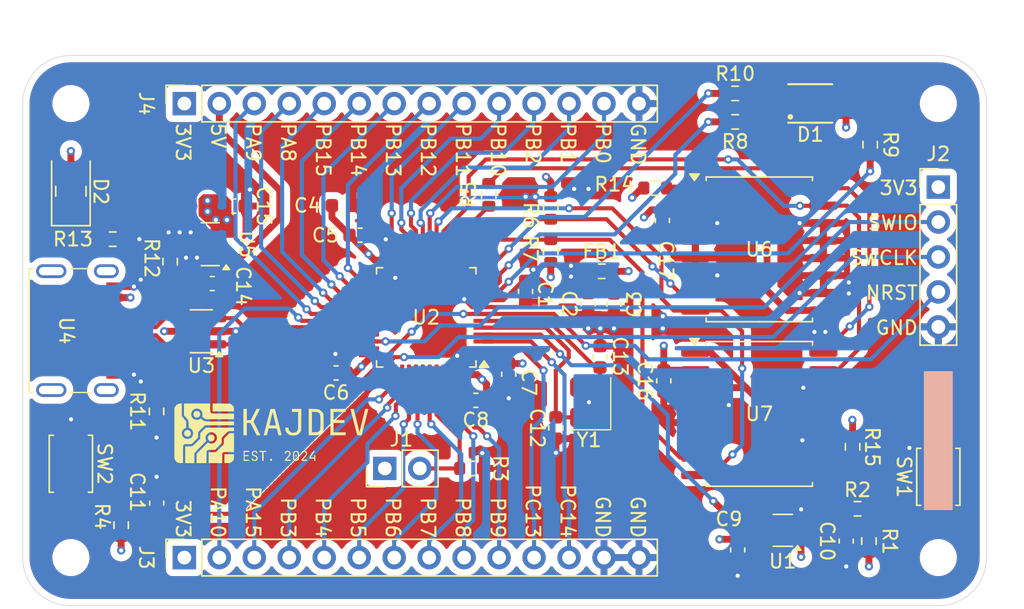
<source format=kicad_pcb>
(kicad_pcb (version 20240108) (generator "pcbnew") (generator_version "8.0")
  (layers (0 "F.Cu" mixed) (1 "In1.Cu" power) (2 "In2.Cu" power) (31 "B.Cu" mixed) (34 "B.Paste" user) (35 "F.Paste" user) (36 "B.SilkS" user "B.Silkscreen") (37 "F.SilkS" user "F.Silkscreen") (38 "B.Mask" user) (39 "F.Mask" user) (44 "Edge.Cuts" user))
  (net 0 "")
  (net 1 "+3.3VA")
  (net 2 "GND")
  (net 3 "+3.3V")
  (net 4 "BOOT0")
  (net 5 "NRST")
  (net 6 "USB_D-")
  (net 7 "USB_D+")
  (net 8 "+5V_VBUS")
  (net 9 "/USB/PWR_LED")
  (net 10 "SPI1_SCK")
  (net 11 "SPI1_MISO")
  (net 12 "SPI1_MOSI")
  (net 13 "PB4")
  (net 14 "PB13")
  (net 15 "PB7")
  (net 16 "PB5")
  (net 17 "PB12")
  (net 18 "PB11")
  (net 19 "PB2")
  (net 20 "PB1")
  (net 21 "PB10")
  (net 22 "PB0")
  (net 23 "PB3")
  (net 24 "PB9")
  (net 25 "PB6")
  (net 26 "PB8")
  (net 27 "/USB/CC2")
  (net 28 "/USB/CC1")
  (net 29 "PB15")
  (net 30 "PB14")
  (net 31 "PA9")
  (net 32 "PA10")
  (net 33 "PA8")
  (net 34 "PA15")
  (net 35 "PC14")
  (net 36 "PC13")
  (net 37 "~{SPI1_NAND_HOLD}")
  (net 38 "~{SPI1_NOR_HOLD}")
  (net 39 "~{SPI1_NOR_CS}")
  (net 40 "~{SPI1_NAND_CS}")
  (net 41 "USR_BTN")
  (net 42 "USR_LED_G")
  (net 43 "USR_LED_B")
  (net 44 "USR_LED_R")
  (net 45 "SWDIO")
  (net 46 "SWCLK")
  (net 47 "OSC_OUT")
  (net 48 "OSC_IN")
  (net 49 "unconnected-(U1-NC-Pad1)")
  (footprint "Resistor_SMD:R_0603_1608Metric" (layer "F.Cu") (at 135.85 90.135 -90)
    (property "Reference" "R5")
    (property "Value" "27")
  )
  (footprint "Capacitor_SMD:C_0603_1608Metric" (layer "F.Cu") (at 140.72 107.08 -90)
    (property "Reference" "C12")
    (property "Value" "22p")
  )
  (footprint "Capacitor_SMD:C_0603_1608Metric" (layer "F.Cu") (at 111.735 112.545 90)
    (property "Reference" "C11")
    (property "Value" "100n")
  )
  (footprint "Capacitor_SMD:C_0603_1608Metric" (layer "F.Cu") (at 134.91 105.07 180)
    (property "Reference" "C8")
    (property "Value" "100n")
  )
  (footprint "Resistor_SMD:R_0603_1608Metric" (layer "F.Cu") (at 144.055 95.69)
    (property "Reference" "FB1")
    (property "Value" "120R@100MHz")
  )
  (footprint "Button_Switch_SMD:SW_Push_SPST_NO_Alps_SKRK" (layer "F.Cu") (at 105.5 109.68 -90)
    (property "Reference" "SW2")
    (property "Value" "SW_Push")
  )
  (footprint "Resistor_SMD:R_0603_1608Metric" (layer "F.Cu") (at 153.745 82.76)
    (property "Reference" "R10")
    (property "Value" "220")
  )
  (footprint "Capacitor_SMD:C_0603_1608Metric" (layer "F.Cu") (at 161.81 115.3025 -90)
    (property "Reference" "C10")
    (property "Value" "1u")
  )
  (footprint "MountingHole:MountingHole_2.2mm_M2_DIN965" (layer "F.Cu") (at 168.5 83.5)
    (property "Reference" "H3" (hide yes))
    (property "Value" "MountingHole")
  )
  (footprint "Resistor_SMD:R_0603_1608Metric" (layer "F.Cu") (at 153.745 84.83 180)
    (property "Reference" "R8")
    (property "Value" "220")
  )
  (footprint "Capacitor_SMD:C_0603_1608Metric" (layer "F.Cu") (at 138.52 97.155 -90)
    (property "Reference" "C1")
    (property "Value" "10n")
  )
  (footprint "Resistor_SMD:R_0603_1608Metric" (layer "F.Cu") (at 147.935 89.64)
    (property "Reference" "R14")
    (property "Value" "10k")
  )
  (footprint "Resistor_SMD:R_0603_1608Metric" (layer "F.Cu") (at 140.35 91.08 -90)
    (property "Reference" "R6")
    (property "Value" "10k")
  )
  (footprint "Capacitor_SMD:C_0603_1608Metric" (layer "F.Cu") (at 143.93 101.905 90)
    (property "Reference" "C13")
    (property "Value" "22p")
  )
  (footprint "Capacitor_SMD:C_0603_1608Metric" (layer "F.Cu") (at 117.335 90.95)
    (property "Reference" "C15")
    (property "Value" "2.2u")
  )
  (footprint "custom:2.8x3.5_LED_RGB" (layer "F.Cu") (at 159.2 83.49 180)
    (property "Reference" "D1")
    (property "Value" "APFA3010")
  )
  (footprint "Capacitor_SMD:C_0603_1608Metric" (layer "F.Cu") (at 125.235 90.91)
    (property "Reference" "C4")
    (property "Value" "10u")
  )
  (footprint "Package_TO_SOT_SMD:SOT-23" (layer "F.Cu") (at 115.6225 93.72 180)
    (property "Reference" "U5")
    (property "Value" "AP7384-33SA")
  )
  (footprint "custom:logo2" (layer "F.Cu") (at 119.89 107.52)
    (property "Reference" "G***" (hide yes))
    (property "Value" "LOGO" (hide yes))
  )
  (footprint "Capacitor_SMD:C_0603_1608Metric" (layer "F.Cu") (at 137.3 103.17 -90)
    (property "Reference" "C7")
    (property "Value" "100n")
  )
  (footprint "MountingHole:MountingHole_2.2mm_M2_DIN965" (layer "F.Cu") (at 105.5 116.5)
    (property "Reference" "H2" (hide yes))
    (property "Value" "MountingHole" (hide yes))
  )
  (footprint "Resistor_SMD:R_0603_1608Metric" (layer "F.Cu") (at 163.46 115.3025 90)
    (property "Reference" "R1")
    (property "Value" "10k")
  )
  (footprint "Resistor_SMD:R_0603_1608Metric" (layer "F.Cu") (at 162.275 108.45 -90)
    (property "Reference" "R15")
    (property "Value" "10k")
  )
  (footprint "Capacitor_SMD:C_0603_1608Metric" (layer "F.Cu") (at 153.93 115.945 -90)
    (property "Reference" "C9")
    (property "Value" "100n")
  )
  (footprint "MountingHole:MountingHole_2.2mm_M2_DIN965" (layer "F.Cu") (at 168.5 116.5)
    (property "Reference" "H4" (hide yes))
    (property "Value" "MountingHole")
  )
  (footprint "Package_TO_SOT_SMD:SOT-23-6" (layer "F.Cu") (at 114.975 100.05 180)
    (property "Reference" "U3")
    (property "Value" "USBLC6-2SC6")
  )
  (footprint "LED_SMD:LED_PLCC-2_3x2mm_KA" (layer "F.Cu") (at 105.5 89.875 90)
    (property "Reference" "D2")
    (property "Value" "LED")
  )
  (footprint "Connector_PinHeader_2.54mm:PinHeader_1x02_P2.54mm_Vertical" (layer "F.Cu") (at 128.3 110.02 90)
    (property "Reference" "J1")
    (property "Value" "Conn_01x02_Pin")
  )
  (footprint "Capacitor_SMD:C_0603_1608Metric" (layer "F.Cu") (at 124.76 103.08 180)
    (property "Reference" "C6")
    (property "Value" "100n")
  )
  (footprint "Connector_PinSocket_2.54mm:PinSocket_1x14_P2.54mm_Vertical" (layer "F.Cu") (at 113.74 116.5 90)
    (property "Reference" "J3")
    (property "Value" "Conn_01x14_Socket" (hide yes))
  )
  (footprint "Resistor_SMD:R_0603_1608Metric" (layer "F.Cu") (at 111.72 105.875 -90)
    (property "Reference" "R11")
    (property "Value" "5k1")
  )
  (footprint "Capacitor_SMD:C_0603_1608Metric" (layer "F.Cu") (at 115.77 96.58 180)
    (property "Reference" "C14")
    (property "Value" "1u")
  )
  (footprint "Resistor_SMD:R_0603_1608Metric" (layer "F.Cu") (at 140.35 94.215 90)
    (property "Reference" "R7")
    (property "Value" "10k")
  )
  (footprint "Package_QFP:LQFP-48_7x7mm_P0.5mm" (layer "F.Cu") (at 131.31 99.04 180)
    (property "Reference" "U2")
    (property "Value" "STM32F072CBTx")
  )
  (footprint "Capacitor_SMD:C_0603_1608Metric" (layer "F.Cu") (at 148.46 91.995 -90)
    (property "Reference" "C17")
    (property "Value" "100n")
  )
  (footprint "Button_Switch_SMD:SW_Push_SPST_NO_Alps_SKRK" (layer "F.Cu") (at 168.5 110.63 -90)
    (property "Reference" "SW1")
    (property "Value" "SW_Push" (hide yes))
  )
  (footprint "Capacitor_SMD:C_0603_1608Metric" (layer "F.Cu") (at 148.56 103.655 -90)
    (property "Reference" "C16")
    (property "Value" "100n")
  )
  (footprint "Package_SO:SOIC-16W_7.5x10.3mm_P1.27mm" (layer "F.Cu") (at 155.5 106.055)
    (property "Reference" "U7")
    (property "Value" "~")
  )
  (footprint "Resistor_SMD:R_0603_1608Metric" (layer "F.Cu") (at 134.56 110.02 180)
    (property "Reference" "R3")
    (property "Value" "10k")
  )
  (footprint "Resistor_SMD:R_0603_1608Metric" (layer "F.Cu") (at 162.635 112.9525)
    (property "Reference" "R2")
    (property "Value" "10k")
  )
  (footprint "custom:640-USB4215-03-A" (layer "F.Cu") (at 104.675 100 -90)
    (property "Reference" "U4")
    (property "Value" "~")
  )
  (footprint "Capacitor_SMD:C_0603_1608Metric" (layer "F.Cu") (at 143.07 98.05 -90)
    (property "Reference" "C2")
    (property "Value" "1u")
  )
  (footprint "Resistor_SMD:R_0603_1608Metric" (layer "F.Cu") (at 109.15 114.145 -90)
    (property "Reference" "R4")
    (property "Value" "10k")
  )
  (footprint "Resistor_SMD:R_0603_1608Metric" (layer "F.Cu") (at 163.55 86.485 90)
    (property "Reference" "R9")
    (property "Value" "220")
  )
  (footprint "Package_SO:SOIC-16W_7.5x10.3mm_P1.27mm" (layer "F.Cu") (at 155.5 94.095)
    (property "Reference" "U6")
    (property "Value" "~")
  )
  (footprint "Connector_PinSocket_2.54mm:PinSocket_1x14_P2.54mm_Vertical" (layer "F.Cu") (at 113.74 83.5 90)
    (property "Reference" "J4")
    (property "Value" "Conn_01x14_Socket")
  )
  (footprint "Capacitor_SMD:C_0603_1608Metric" (layer "F.Cu") (at 126.51 93.0625)
    (property "Reference" "C5")
    (property "Value" "100n")
  )
  (footprint "Capacitor_SMD:C_0603_1608Metric" (layer "F.Cu") (at 144.94 98.08 -90)
    (property "Reference" "C3")
    (property "Value" "1u")
  )
  (footprint "Connector_PinHeader_2.54mm:PinHeader_1x05_P2.54mm_Vertical" (layer "F.Cu") (at 168.5 89.57)
    (property "Reference" "J2")
    (property "Value" "Conn_01x05_Pin")
  )
  (footprint "Resistor_SMD:R_0603_1608Metric" (layer "F.Cu") (at 112.71 94.99 90)
    (property "Reference" "R12")
    (property "Value" "5k1")
  )
  (footprint "custom:3225_smd_crystal" (layer "F.Cu") (at 143.13 105.21 90)
    (property "Reference" "Y1")
    (property "Value" "16MHz")
  )
  (footprint "MountingHole:MountingHole_2.2mm_M2_DIN965" (layer "F.Cu") (at 105.5 83.5)
    (property "Reference" "H1" (hide yes))
    (property "Value" "MountingHole")
  )
  (footprint "Package_TO_SOT_SMD:SOT-353_SC-70-5_Handsoldering" (layer "F.Cu") (at 157.2 114.52 180)
    (property "Reference" "U1")
    (property "Value" "74AHC1G14")
  )
  (footprint "Resistor_SMD:R_0603_1608Metric" (layer "F.Cu") (at 108.5375 93.355)
    (property "Reference" "R13")
    (property "Value" "50")
  )
  (gr_rect (start 167.5 103) (end 169.5 113) (stroke (width 0.1)) (fill solid) (layer "B.SilkS"))
  (gr_arc (start 105.5 120) (mid 103.025126 118.974874) (end 102 116.5) (stroke (width 0.05)) (layer "Edge.Cuts"))
  (gr_line (start 168.5 120) (end 105.5 120) (stroke (width 0.05)) (layer "Edge.Cuts"))
  (gr_line (start 168.5 80) (end 105.5 80) (stroke (width 0.05)) (layer "Edge.Cuts"))
  (gr_arc (start 168.5 80) (mid 170.974874 81.025126) (end 172 83.5) (stroke (width 0.05)) (layer "Edge.Cuts"))
  (gr_arc (start 172 116.5) (mid 170.974874 118.974874) (end 168.5 120) (stroke (width 0.05)) (layer "Edge.Cuts"))
  (gr_line (start 102 83.5) (end 102 116.5) (stroke (width 0.05)) (layer "Edge.Cuts"))
  (gr_line (start 172 83.5) (end 172 116.5) (stroke (width 0.05)) (layer "Edge.Cuts"))
  (gr_arc (start 102 83.5) (mid 103.025126 81.025126) (end 105.5 80) (stroke (width 0.05)) (layer "Edge.Cuts"))
  (gr_text "3V3" (at 113.06 115.17 270) (layer "F.SilkS") (effects (font (size 1 1)) (justify right bottom)))
  (gr_text "PB6" (at 128.3 115.17 270) (layer "F.SilkS") (effects (font (size 1 1)) (justify right bottom)))
  (gr_text "PA15" (at 118.14 115.17 270) (layer "F.SilkS") (effects (font (size 1 1)) (justify right bottom)))
  (gr_text "3V3" (at 113.06 84.85 270) (layer "F.SilkS") (effects (font (size 1 1)) (justify left bottom)))
  (gr_text "PB15" (at 123.235 84.83 270) (layer "F.SilkS") (effects (font (size 1 1)) (justify left bottom)))
  (gr_text "GND" (at 143.54 115.17 270) (layer "F.SilkS") (effects (font (size 1 1)) (justify right bottom)))
  (gr_text "PB2" (at 138.475 84.83 270) (layer "F.SilkS") (effects (font (size 1 1)) (justify left bottom)))
  (gr_text "SWCLK" (at 167.1 95.3 0) (layer "F.SilkS") (effects (font (size 1 1)) (justify right bottom)))
  (gr_text "SWIO" (at 167.1 92.76 0) (layer "F.SilkS") (effects (font (size 1 1)) (justify right bottom)))
  (gr_text "PB3" (at 120.68 115.17 270) (layer "F.SilkS") (effects (font (size 1 1)) (justify right bottom)))
  (gr_text "PB1" (at 141.015 84.83 270) (layer "F.SilkS") (effects (font (size 1 1)) (justify left bottom)))
  (gr_text "PC13" (at 138.46 115.17 270) (layer "F.SilkS") (effects (font (size 1 1)) (justify right bottom)))
  (gr_text "PB5" (at 125.76 115.17 270) (layer "F.SilkS") (effects (font (size 1 1)) (justify right bottom)))
  (gr_text "PB14" (at 125.775 84.83 270) (layer "F.SilkS") (effects (font (size 1 1)) (justify left bottom)))
  (gr_text "GND" (at 146.08 115.17 270) (layer "F.SilkS") (effects (font (size 1 1)) (justify right bottom)))
  (gr_text "GND" (at 167.1 100.38 0) (layer "F.SilkS") (effects (font (size 1 1)) (justify right bottom)))
  (gr_text "PB7" (at 130.84 115.17 270) (layer "F.SilkS") (effects (font (size 1 1)) (justify right bottom)))
  (gr_text "PB0" (at 143.555 84.83 270) (layer "F.SilkS") (effects (font (size 1 1)) (justify left bottom)))
  (gr_text "GND" (at 146.095 84.83 270) (layer "F.SilkS") (effects (font (size 1 1)) (justify left bottom)))
  (gr_text "5V" (at 115.615 84.83 270) (layer "F.SilkS") (effects (font (size 1 1)) (justify left bottom)))
  (gr_text "PC14" (at 141 115.17 270) (layer "F.SilkS") (effects (font (size 1 1)) (justify right bottom)))
  (gr_text "PB9" (at 135.92 115.17 270) (layer "F.SilkS") (effects (font (size 1 1)) (justify right bottom)))
  (gr_text "PA9" (at 118.155 84.83 270) (layer "F.SilkS") (effects (font (size 1 1)) (justify left bottom)))
  (gr_text "PB11" (at 133.395 84.83 270) (layer "F.SilkS") (effects (font (size 1 1)) (justify left bottom)))
  (gr_text "PB10" (at 135.935 84.83 270) (layer "F.SilkS") (effects (font (size 1 1)) (justify left bottom)))
  (gr_text "PB8" (at 133.38 115.17 270) (layer "F.SilkS") (effects (font (size 1 1)) (justify right bottom)))
  (gr_text "3V3" (at 167.1 90.22 0) (layer "F.SilkS") (effects (font (size 1 1)) (justify right bottom)))
  (gr_text "PB12" (at 130.855 84.83 270) (layer "F.SilkS") (effects (font (size 1 1)) (justify left bottom)))
  (gr_text "NRST" (at 167.1 97.84 0) (layer "F.SilkS") (effects (font (size 1 1)) (justify right bottom)))
  (gr_text "PA8" (at 120.695 84.83 270) (layer "F.SilkS") (effects (font (size 1 1)) (justify left bottom)))
  (gr_text "PA10" (at 115.6 115.17 270) (layer "F.SilkS") (effects (font (size 1 1)) (justify right bottom)))
  (gr_text "PB13" (at 128.315 84.83 270) (layer "F.SilkS") (effects (font (size 1 1)) (justify left bottom)))
  (gr_text "PB4" (at 123.22 115.17 270) (layer "F.SilkS") (effects (font (size 1 1)) (justify right bottom)))
  (segment (start 139.577624 96.38) (end 138.52 96.38) (width 0.5) (layer "F.Cu") (net 1))
  (segment (start 138.32 96.38) (end 138.52 96.38) (width 0.3) (layer "F.Cu") (net 1))
  (segment (start 140.472624 97.275) (end 139.577624 96.38) (width 0.5) (layer "F.Cu") (net 1))
  (segment (start 136.91 97.79) (end 138.32 96.38) (width 0.3) (layer "F.Cu") (net 1))
  (segment (start 135.4725 97.79) (end 136.91 97.79) (width 0.3) (layer "F.Cu") (net 1))
  (segment (start 138.205 96.495) (end 138.51 96.495) (width 0.3) (layer "F.Cu") (net 1))
  (segment (start 143.23 95.69) (end 143.23 97.115) (width 0.5) (layer "F.Cu") (net 1))
  (segment (start 143.07 97.275) (end 140.472624 97.275) (width 0.5) (layer "F.Cu") (net 1))
  (segment (start 143.23 97.115) (end 143.07 97.275) (width 0.5) (layer "F.Cu") (net 1))
  (segment (start 150.85 92.19) (end 150.85 93.46) (width 0.5) (layer "F.Cu") (net 2))
  (segment (start 129.06 94.8775) (end 129.06 96.16) (width 0.3) (layer "F.Cu") (net 2))
  (segment (start 143.13 105.21) (end 142.33 104.41) (width 0.5) (layer "F.Cu") (net 2))
  (segment (start 133.56 103.2025) (end 133.56 104.495) (width 0.3) (layer "F.Cu") (net 2))
  (segment (start 111.735 111.77) (end 111.735 110.635) (width 0.5) (layer "F.Cu") (net 2))
  (segment (start 134.07 97.72812) (end 134.07 97.72) (width 0.3) (layer "F.Cu") (net 2))
  (segment (start 111.72 106.775) (end 111.72 107.775) (width 0.5) (layer "F.Cu") (net 2))
  (segment (start 149.04 92.19) (end 148.46 92.77) (width 0.5) (layer "F.Cu") (net 2))
  (segment (start 135.385 110.02) (end 135.385 108.915) (width 0.5) (layer "F.Cu") (net 2))
  (segment (start 158.64 107.96) (end 158.625 107.975) (width 0.5) (layer "F.Cu") (net 2))
  (segment (start 160.15 106.69) (end 160.15 109.23) (width 0.5) (layer "F.Cu") (net 2))
  (segment (start 135.4725 98.29) (end 134.63188 98.29) (width 0.3) (layer "F.Cu") (net 2))
  (segment (start 160.15 107.96) (end 158.64 107.96) (width 0.5) (layer "F.Cu") (net 2))
  (segment (start 123.985 103.08) (end 123.985 102.425) (width 0.3) (layer "F.Cu") (net 2))
  (segment (start 150.85 92.19) (end 149.04 92.19) (width 0.5) (layer "F.Cu") (net 2))
  (segment (start 137.3 103.945) (end 137.3 104.92) (width 0.5) (layer "F.Cu") (net 2))
  (segment (start 143.93 106.31) (end 143.93 106.01) (width 0.5) (layer "F.Cu") (net 2))
  (segment (start 143.93 101.13) (end 143.93 99.86) (width 0.5) (layer "F.Cu") (net 2))
  (segment (start 142.33 104.11) (end 142.33 104.39) (width 0.5) (layer "F.Cu") (net 2))
  (segment (start 127.285 93.0625) (end 127.285 92.185) (width 0.5) (layer "F.Cu") (net 2))
  (segment (start 161.81 116.0775) (end 161.81 117.14) (width 0.5) (layer "F.Cu") (net 2))
  (segment (start 129.06 94.03688) (end 128.39312 93.37) (width 0.3) (layer "F.Cu") (net 2))
  (segment (start 150.85 92.19) (end 152.45 92.19) (width 0.5) (layer "F.Cu") (net 2))
  (segment (start 150.85 105.42) (end 153.28 105.42) (width 0.5) (layer "F.Cu") (net 2))
  (segment (start 160.15 92.19) (end 160.15 93.46) (width 0.5) (layer "F.Cu") (net 2))
  (segment (start 118.11 90.95) (end 118.11 90.14) (width 0.5) (layer "F.Cu") (net 2))
  (segment (start 112.71 94.165) (end 112.71 92.97) (width 0.5) (layer "F.Cu") (net 2))
  (segment (start 114.66 93.745) (end 114.685 93.72) (width 0.5) (layer "F.Cu") (net 2))
  (segment (start 153.93 116.72) (end 153.93 117.82) (width 0.5) (layer "F.Cu") (net 2))
  (segment (start 160.15 106.69) (end 160.15 107.96) (width 0.5) (layer "F.Cu") (net 2))
  (segment (start 160.15 93.46) (end 160.15 94.73) (width 0.5) (layer "F.Cu") (net 2))
  (segment (start 116.1125 100.05) (end 117.475 100.05) (width 0.5) (layer "F.Cu") (net 2))
  (segment (start 150.85 92.19) (end 150.85 96) (width 0.5) (layer "F.Cu") (net 2))
  (segment (start 105.5 107.58) (end 105.5 106.46) (width 0.5) (layer "F.Cu") (net 2))
  (segment (start 123.985 102.425) (end 125.12 101.29) (width 0.3) (layer "F.Cu") (net 2))
  (segment (start 160.145 92.19) (end 158.425 92.19) (width 0.5) (layer "F.Cu") (net 2))
  (segment (start 144.94 99.84) (end 144.94 98.855) (width 0.5) (layer "F.Cu") (net 2))
  (segment (start 142.33 104.41) (end 142.33 104.11) (width 0.5) (layer "F.Cu") (net 2))
  (segment (start 114.66 96.245) (end 114.995 96.58) (width 0.5) (layer "F.Cu") (net 2))
  (segment (start 160.15 104.15) (end 158.7 104.15) (width 0.5) (layer "F.Cu") (net 2))
  (segment (start 160.15 104.15) (end 160.15 105.42) (width 0.5) (layer "F.Cu") (net 2))
  (segment (start 129.06 94.8775) (end 129.06 94.03688) (width 0.3) (layer "F.Cu") (net 2))
  (segment (start 166.4 108.53) (end 168.5 108.53) (width 0.5) (layer "F.Cu") (net 2))
  (segment (start 118.11 90.14) (end 118.5 89.75) (width 0.5) (layer "F.Cu") (net 2))
  (segment (start 110.075 103.2) (end 110.575 103.7) (width 0.5) (layer "F.Cu") (net 2))
  (segment (start 127.285 92.185) (end 126.01 90.91) (width 0.5) (layer "F.Cu") (net 2))
  (segment (start 110.075 96.8) (end 110.575 96.3) (width 0.5) (layer "F.Cu") (net 2))
  (segment (start 143.93 106.01) (end 143.13 105.21) (width 0.5) (layer "F.Cu") (net 2))
  (segment (start 160.145 97.27) (end 158.425 97.27) (width 0.5) (layer "F.Cu") (net 2))
  (segment (start 143.93 99.86) (end 143.95 99.84) (width 0.5) (layer "F.Cu") (net 2))
  (segment (start 150.85 95.99) (end 152.45 95.99) (width 0.5) (layer "F.Cu") (net 2))
  (segment (start 111.735 110.635) (end 111.725 110.625) (width 0.5) (layer "F.Cu") (net 2))
  (segment (start 158.54 113.87) (end 158.54 112.995) (width 0.5) (layer "F.Cu") (net 2))
  (segment (start 150.85 105.42) (end 150.85 106.69) (width 0.5) (layer "F.Cu") (net 2))
  (segment (start 135.385 108.915) (end 135.38 108.91) (width 0.5) (layer "F.Cu") (net 2))
  (segment (start 150.85 92.19) (end 150.85 94.73) (width 0.5) (layer "F.Cu") (net 2))
  (segment (start 134.63188 98.29) (end 134.07 97.72812) (width 0.3) (layer "F.Cu") (net 2))
  (segment (start 160.15 97.27) (end 160.15 96) (width 0.5) (layer "F.Cu") (net 2))
  (segment (start 149.55 105.42) (end 150.85 105.42) (width 0.5) (layer "F.Cu") (net 2))
  (segment (start 127.285 93.0625) (end 128.0625 93.0625) (width 0.5) (layer "F.Cu") (net 2))
  (segment (start 140.72 107.855) (end 140.72 108.88) (width 0.5) (layer "F.Cu") (net 2))
  (segment (start 150.85 106.69) (end 150.85 107.96) (width 0.5) (layer "F.Cu") (net 2))
  (segment (start 128.39312 93.37) (end 128.37 93.37) (width 0.3) (layer "F.Cu") (net 2))
  (segment (start 133.56 104.495) (end 134.135 105.07) (width 0.3) (layer "F.Cu") (net 2))
  (segment (start 160.15 94.73) (end 160.15 96) (width 0.5) (layer "F.Cu") (net 2))
  (segment (start 148.56 104.43) (end 149.55 105.42) (width 0.5) (layer "F.Cu") (net 2))
  (segment (start 108.325 103.2) (end 110.075 103.2) (width 0.5) (layer "F.Cu") (net 2))
  (segment (start 125.12 101.29) (end 127.1475 101.29) (width 0.3) (layer "F.Cu") (net 2))
  (segment (start 135.4725 98.29) (end 138.16 98.29) (width 0.3) (layer "F.Cu") (net 2))
  (segment (start 114.66 94.7) (end 114.66 93.745) (width 0.5) (layer "F.Cu") (net 2))
  (segment (start 108.325 96.8) (end 110.075 96.8) (width 0.5) (layer "F.Cu") (net 2))
  (segment (start 138.16 98.29) (end 138.52 97.93) (width 0.3) (layer "F.Cu") (net 2))
  (segment (start 110.4775 93.355) (end 109.3625 93.355) (width 0.5) (layer "F.Cu") (net 2))
  (segment (start 133.56 103.2025) (end 133.56 101.83) (width 0.3) (layer "F.Cu") (net 2))
  (segment (start 160.15 106.69) (end 160.15 105.42) (width 0.5) (layer "F.Cu") (net 2))
  (segment (start 114.66 94.7) (end 114.66 96.245) (width 0.5) (layer "F.Cu") (net 2))
  (segment (start 112.71 92.97) (end 112.6 92.86) (width 0.5) (layer "F.Cu") (net 2))
  (segment (start 128.0625 93.0625) (end 128.37 93.37) (width 0.5) (layer "F.Cu") (net 2))
  (segment (start 105.5 106.46) (end 105.51 106.45) (width 0.5) (layer "F.Cu") (net 2))
  (segment (start 143.07 98.825) (end 143.07 99.84) (width 0.5) (layer "F.Cu") (net 2))
  (segment (start 143.93 106.31) (end 143.93 105.99) (width 0.5) (layer "F.Cu") (net 2))
  (via (at 143.07 99.84) (size 0.6) (drill 0.3) (layers "F.Cu" "B.Cu") (net 2))
  (via (at 117.475 100.05) (size 0.6) (drill 0.3) (layers "F.Cu" "B.Cu") (net 2))
  (via (at 135.38 108.91) (size 0.6) (drill 0.3) (layers "F.Cu" "B.Cu") (net 2))
  (via (at 159.5 100.1) (size 0.6) (drill 0.3) (layers "F.Cu" "B.Cu") (net 2))
  (via (at 158.425 97.27) (size 0.6) (drill 0.3) (layers "F.Cu" "B.Cu") (net 2))
  (via (at 114.2 92.86) (size 0.6) (drill 0.3) (layers "F.Cu" "B.Cu") (net 2))
  (via (at 143.13 105.21) (size 0.6) (drill 0.3) (layers "F.Cu" "B.Cu") (net 2))
  (via (at 144.94 99.84) (size 0.6) (drill 0.3) (layers "F.Cu" "B.Cu") (net 2))
  (via (at 153.93 117.82) (size 0.6) (drill 0.3) (layers "F.Cu" "B.Cu") (net 2))
  (via (at 138.53 90.27) (size 0.6) (drill 0.3) (layers "F.Cu" "B.Cu") (net 2))
  (via (at 105.51 106.45) (size 0.6) (drill 0.3) (layers "F.Cu" "B.Cu") (net 2))
  (via (at 152.45 92.19) (size 0.6) (drill 0.3) (layers "F.Cu" "B.Cu") (net 2))
  (via (at 124.71 101.7) (size 0.6) (drill 0.3) (layers "F.Cu" "B.Cu") (net 2))
  (via (at 111.72 107.775) (size 0.6) (drill 0.3) (layers "F.Cu" "B.Cu") (net 2))
  (via (at 139.09 95.57) (size 0.6) (drill 0.3) (layers "F.Cu" "B.Cu") (net 2))
  (via (at 152.45 95.99) (size 0.6) (drill 0.3) (layers "F.Cu" "B.Cu") (net 2))
  (via (at 158.54 112.995) (size 0.6) (drill 0.3) (layers "F.Cu" "B.Cu") (net 2))
  (via (at 128.37 93.37) (size 0.6) (drill 0.3) (layers "F.Cu" "B.Cu") (net 2))
  (via (at 113.4 92.86) (size 0.6) (drill 0.3) (layers "F.Cu" "B.Cu") (net 2))
  (via (at 110.575 103.7) (size 0.6) (drill 0.3) (layers "F.Cu" "B.Cu") (net 2))
  (via (at 166.4 108.53) (size 0.6) (drill 0.3) (layers "F.Cu" "B.Cu") (net 2))
  (via (at 162 96.5) (size 0.6) (drill 0.3) (layers "F.Cu" "B.Cu") (net 2))
  (via (at 118.5 89.75) (size 0.6) (drill 0.3) (layers "F.Cu" "B.Cu") (net 2))
  (via (at 113.86 94.7) (size 0.6) (drill 0.3) (layers "F.Cu" "B.Cu") (net 2))
  (via (at 141.82 95.29) (size 0.6) (drill 0.3) (layers "F.Cu" "B.Cu") (net 2))
  (via (at 162 97.3) (size 0.6) (drill 0.3) (layers "F.Cu" "B.Cu") (net 2))
  (via (at 112.6 92.86) (size 0.6) (drill 0.3) (layers "F.Cu" "B.Cu") (net 2))
  (via (at 139.23 90.27) (size 0.6) (drill 0.3) (layers "F.Cu" "B.Cu") (net 2))
  (via (at 158.7 104.15) (size 0.6) (drill 0.3) (layers "F.Cu" "B.Cu") (net 2))
  (via (at 143.09 89.7) (size 0.6) (drill 0.3) (layers "F.Cu" "B.Cu") (net 2))
  (via (at 129.06 96.16) (size 0.6) (drill 0.3) (layers "F.Cu" "B.Cu") (net 2))
  (via (at 161.81 117.14) (size 0.6) (drill 0.3) (layers "F.Cu" "B.Cu") (net 2))
  (via (at 143.95 99.84) (size 0.6) (drill 0.3) (layers "F.Cu" "B.Cu") (net 2))
  (via (at 141.82 96.07) (size 0.6) (drill 0.3) (layers "F.Cu" "B.Cu") (net 2))
  (via (at 160.3 100.1) (size 0.6) (drill 0.3) (layers "F.Cu" "B.Cu") (net 2))
  (via (at 110.4775 93.355) (size 0.6) (drill 0.3) (layers "F.Cu" "B.Cu") (net 2))
  (via (at 158.425 92.19) (size 0.6) (drill 0.3) (layers "F.Cu" "B.Cu") (net 2))
  (via (at 110.075 96.8) (size 0.6) (drill 0.3) (layers "F.Cu" "B.Cu") (net 2))
  (via (at 110.075 103.2) (size 0.6) (drill 0.3) (layers "F.Cu" "B.Cu") (net 2))
  (via (at 142.05 89.7) (size 0.6) (drill 0.3) (layers "F.Cu" "B.Cu") (net 2))
  (via (at 158.625 107.975) (size 0.6) (drill 0.3) (layers "F.Cu" "B.Cu") (net 2))
  (via (at 148.49 99.84) (size 0.6) (drill 0.3) (layers "F.Cu" "B.Cu") (net 2))
  (via (at 134.07 97.72) (size 0.6) (drill 0.3) (layers "F.Cu" "B.Cu") (net 2))
  (via (at 114.66 94.7) (size 0.6) (drill 0.3) (layers "F.Cu" "B.Cu") (net 2))
  (via (at 133.56 101.83) (size 0.6) (drill 0.3) (layers "F.Cu" "B.Cu") (net 2))
  (via (at 110.575 96.3) (size 0.6) (drill 0.3) (layers "F.Cu" "B.Cu") (net 2))
  (via (at 148.49 98.96) (size 0.6) (drill 0.3) (layers "F.Cu" "B.Cu") (net 2))
  (via (at 140.72 108.88) (size 0.6) (drill 0.3) (layers "F.Cu" "B.Cu") (net 2))
  (via (at 111.725 110.625) (size 0.6) (drill 0.3) (layers "F.Cu" "B.Cu") (net 2))
  (via (at 153.28 105.42) (size 0.6) (drill 0.3) (layers "F.Cu" "B.Cu") (net 2))
  (via (at 137.3 104.92) (size 0.6) (drill 0.3) (layers "F.Cu" "B.Cu") (net 2))
  (segment (start 146.96 89.64) (end 146.26 90.34) (width 0.5) (layer "F.Cu") (net 3))
  (segment (start 147.67 91.22) (end 147.12 91.77) (width 0.5) (layer "F.Cu") (net 3))
  (segment (start 109.15 114.97) (end 109.15 115.98) (width 0.5) (layer "F.Cu") (net 3))
  (segment (start 135.4725 101.79) (end 136.695 101.79) (width 0.3) (layer "F.Cu") (net 3))
  (segment (start 135.36 103.56) (end 135.0025 103.2025) (width 0.5) (layer "F.Cu") (net 3))
  (segment (start 126.13 103.08) (end 126.6 102.61) (width 0.5) (layer "F.Cu") (net 3))
  (segment (start 150.85 90.92) (end 148.76 90.92) (width 0.5) (layer "F.Cu") (net 3))
  (segment (start 124.46 90.91) (end 124.46 91.7875) (width 0.5) (layer "F.Cu") (net 3))
  (segment (start 145.99 95.69) (end 146 95.68) (width 0.5) (layer "F.Cu") (net 3))
  (segment (start 140.35 95.04) (end 140.35 96.12) (width 0.5) (layer "F.Cu") (net 3))
  (segment (start 138.295 102.395) (end 138.3 102.39) (width 0.5) (layer "F.Cu") (net 3))
  (segment (start 124.46 91.7875) (end 125.735 93.0625) (width 0.5) (layer "F.Cu") (net 3))
  (segment (start 148.46 91.22) (end 147.67 91.22) (width 0.5) (layer "F.Cu") (net 3))
  (segment (start 140.35 90.255) (end 140.35 89.17) (width 0.5) (layer "F.Cu") (net 3))
  (segment (start 127.1475 102.0625) (end 127.1475 101.89) (width 0.5) (layer "F.Cu") (net 3))
  (segment (start 135.685 105.07) (end 135.685 103.885) (width 0.5) (layer "F.Cu") (net 3))
  (segment (start 148.56 102.88) (end 150.85 102.88) (width 0.5) (layer "F.Cu") (net 3))
  (segment (start 144.88 95.69) (end 145.99 95.69) (width 0.5) (layer "F.Cu") (net 3))
  (segment (start 127.11 94.43) (end 127.5575 94.8775) (width 0.5) (layer "F.Cu") (net 3))
  (segment (start 161.8 84.215) (end 161.8 85.24) (width 0.5) (layer "F.Cu") (net 3))
  (segment (start 148.56 102.88) (end 148.56 102.86) (width 0.5) (layer "F.Cu") (net 3))
  (segment (start 153.93 115.17) (end 152.605 115.17) (width 0.5) (layer "F.Cu") (net 3))
  (segment (start 147.11 89.64) (end 146.96 89.64) (width 0.5) (layer "F.Cu") (net 3))
  (segment (start 137.3 102.395) (end 138.295 102.395) (width 0.5) (layer "F.Cu") (net 3))
  (segment (start 136.695 101.79) (end 137.3 102.395) (width 0.3) (layer "F.Cu") (net 3))
  (segment (start 125.535 103.08) (end 126.13 103.08) (width 0.5) (layer "F.Cu") (net 3))
  (segment (start 140.35 89.17) (end 140.01 88.83) (width 0.5) (layer "F.Cu") (net 3))
  (segment (start 126.6 102.61) (end 127.1475 102.0625) (width 0.5) (layer "F.Cu") (net 3))
  (segment (start 144.88 95.69) (end 144.88 97.245) (width 0.5) (layer "F.Cu") (net 3))
  (segment (start 148.56 102.88) (end 148.56 101.1) (width 0.5) (layer "F.Cu") (net 3))
  (segment (start 135.685 103.885) (end 135.36 103.56) (width 0.5) (layer "F.Cu") (net 3))
  (segment (start 105.5 86.955) (end 105.5 88.45) (width 0.5) (layer "F.Cu") (net 3))
  (segment (start 125.735 93.0625) (end 125.7425 93.0625) (width 0.5) (layer "F.Cu") (net 3))
  (segment (start 125.535 103.08) (end 125.8575 103.08) (width 0.3) (layer "F.Cu") (net 3))
  (segment (start 125.7425 93.0625) (end 127.11 94.43) (width 0.5) (layer "F.Cu") (net 3))
  (segment (start 163.46 116.1275) (end 163.46 117.14) (width 0.5) (layer "F.Cu") (net 3))
  (segment (start 144.88 97.245) (end 144.94 97.305) (width 0.5) (layer "F.Cu") (net 3))
  (segment (start 127.5575 94.8775) (end 128.46 94.8775) (width 0.5) (layer "F.Cu") (net 3))
  (segment (start 135.0025 103.2025) (end 134.16 103.2025) (width 0.5) (layer "F.Cu") (net 3))
  (segment (start 162.275 107.625) (end 162.275 106.515) (width 0.5) (layer "F.Cu") (net 3))
  (segment (start 155.88 115.17) (end 153.93 115.17) (width 0.5) (layer "F.Cu") (net 3))
  (segment (start 135.685 105.07) (end 135.685 104.8275) (width 0.3) (layer "F.Cu") (net 3))
  (segment (start 148.76 90.92) (end 148.46 91.22) (width 0.5) (layer "F.Cu") (net 3))
  (via (at 161.8 85.24) (size 0.6) (drill 0.3) (layers "F.Cu" "B.Cu") (net 3))
  (via (at 140.01 88.83) (size 0.6) (drill 0.3) (layers "F.Cu" "B.Cu") (net 3))
  (via (at 109.15 115.98) (size 0.6) (drill 0.3) (layers "F.Cu" "B.Cu") (net 3))
  (via (at 126.6 102.61) (size 0.6) (drill 0.3) (layers "F.Cu" "B.Cu") (net 3))
  (via (at 140.35 96.12) (size 0.6) (drill 0.3) (layers "F.Cu" "B.Cu") (net 3))
  (via (at 146.26 90.34) (size 0.6) (drill 0.3) (layers "F.Cu" "B.Cu") (net 3))
  (via (at 163.46 117.14) (size 0.6) (drill 0.3) (layers "F.Cu" "B.Cu") (net 3))
  (via (at 116.825 91.95) (size 0.6) (drill 0.3) (layers "F.Cu" "B.Cu") (net 3))
  (via (at 148.56 101.1) (size 0.6) (drill 0.3) (layers "F.Cu" "B.Cu") (net 3))
  (via (at 147.12 91.77) (size 0.6) (drill 0.3) (layers "F.Cu" "B.Cu") (net 3))
  (via (at 127.11 94.43) (size 0.6) (drill 0.3) (layers "F.Cu" "B.Cu") (net 3))
  (via (at 138.3 102.39) (size 0.6) (drill 0.3) (layers "F.Cu" "B.Cu") (net 3))
  (via (at 135.36 103.56) (size 0.6) (drill 0.3) (layers "F.Cu" "B.Cu") (net 3))
  (via (at 162.255 106.495) (size 0.6) (drill 0.3) (layers "F.Cu" "B.Cu") (net 3))
  (via (at 116.025 91.95) (size 0.6) (drill 0.3) (layers "F.Cu" "B.Cu") (net 3))
  (via (at 115.425 90.55) (size 0.6) (drill 0.3) (layers "F.Cu" "B.Cu") (net 3))
  (via (at 115.425 91.35) (size 0.6) (drill 0.3) (layers "F.Cu" "B.Cu") (net 3))
  (via (at 146 95.68) (size 0.6) (drill 0.3) (layers "F.Cu" "B.Cu") (net 3))
  (via (at 105.5 86.955) (size 0.6) (drill 0.3) (layers "F.Cu" "B.Cu") (net 3))
  (via (at 152.605 115.17) (size 0.6) (drill 0.3) (layers "F.Cu" "B.Cu") (net 3))
  (segment (start 133.735 107.785) (end 133.735 110.02) (width 0.3) (layer "F.Cu") (net 4))
  (segment (start 132.06 103.2025) (end 132.06 106.11) (width 0.3) (layer "F.Cu") (net 4))
  (segment (start 133.735 110.02) (end 130.84 110.02) (width 0.3) (layer "F.Cu") (net 4))
  (segment (start 132.06 106.11) (end 133.735 107.785) (width 0.3) (layer "F.Cu") (net 4))
  (segment (start 135.4725 98.79) (end 140.59 98.79) (width 0.3) (layer "F.Cu") (net 5))
  (segment (start 130.238011 100.08) (end 130.25 100.08) (width 0.3) (layer "F.Cu") (net 5))
  (segment (start 140.59 98.79) (end 142.9 101.1) (width 0.3) (layer "F.Cu") (net 5))
  (segment (start 111.735 113.32) (end 116.96 113.32) (width 0.3) (layer "F.Cu") (net 5))
  (segment (start 116.96 113.32) (end 116.998011 113.32) (width 0.3) (layer "F.Cu") (net 5))
  (segment (start 134 98.79) (end 135.4725 98.79) (width 0.3) (layer "F.Cu") (net 5))
  (segment (start 116.998011 113.32) (end 130.238011 100.08) (width 0.3) (layer "F.Cu") (net 5))
  (segment (start 105.5 111.78) (end 107.045 113.325) (width 0.3) (layer "F.Cu") (net 5))
  (segment (start 107.045 113.325) (end 111.73 113.325) (width 0.3) (layer "F.Cu") (net 5))
  (via (at 134 98.79) (size 0.6) (drill 0.3) (layers "F.Cu" "B.Cu") (net 5))
  (via (at 130.25 100.08) (size 0.6) (drill 0.3) (layers "F.Cu" "B.Cu") (net 5))
  (via (at 142.9 101.1) (size 0.6) (drill 0.3) (layers "F.Cu" "B.Cu") (net 5))
  (segment (start 163.6 102.09) (end 168.5 97.19) (width 0.3) (layer "B.Cu") (net 5))
  (segment (start 142.9 101.1) (end 146.44 101.1) (width 0.3) (layer "B.Cu") (net 5))
  (segment (start 131.58 98.79) (end 134 98.79) (width 0.3) (layer "B.Cu") (net 5))
  (segment (start 130.29 100.08) (end 131.58 98.79) (width 0.3) (layer "B.Cu") (net 5))
  (segment (start 147.43 102.09) (end 163.6 102.09) (width 0.3) (layer "B.Cu") (net 5))
  (segment (start 130.25 100.08) (end 130.29 100.08) (width 0.3) (layer "B.Cu") (net 5))
  (segment (start 146.44 101.1) (end 147.43 102.09) (width 0.3) (layer "B.Cu") (net 5))
  (segment (start 125.847332 99.75) (end 125.887332 99.79) (width 0.3) (layer "F.Cu") (net 6))
  (segment (start 118.065955 99.75) (end 125.847332 99.75) (width 0.3) (layer "F.Cu") (net 6))
  (segment (start 125.887332 99.79) (end 127.1475 99.79) (width 0.3) (layer "F.Cu") (net 6))
  (segment (start 113.8375 99.1) (end 112.334045 99.1) (width 0.3) (layer "F.Cu") (net 6))
  (segment (start 108.65 100.25) (end 109.4625 100.25) (width 0.3) (layer "F.Cu") (net 6))
  (segment (start 116.1125 99.1) (end 117.415955 99.1) (width 0.3) (layer "F.Cu") (net 6))
  (segment (start 108.65 99.25) (end 109.4625 99.25) (width 0.3) (layer "F.Cu") (net 6))
  (segment (start 109.4625 99.25) (end 109.9625 99.75) (width 0.3) (layer "F.Cu") (net 6))
  (segment (start 112.334045 99.1) (end 111.684045 99.75) (width 0.3) (layer "F.Cu") (net 6))
  (segment (start 109.4625 100.25) (end 109.9625 99.75) (width 0.3) (layer "F.Cu") (net 6))
  (segment (start 111.684045 99.75) (end 109.9625 99.75) (width 0.3) (layer "F.Cu") (net 6))
  (segment (start 117.415955 99.1) (end 118.065955 99.75) (width 0.3) (layer "F.Cu") (net 6))
  (segment (start 110.25 100.35) (end 109.85 100.75) (width 0.3) (layer "F.Cu") (net 7))
  (segment (start 107.6 100.025) (end 107.6 100.475) (width 0.3) (layer "F.Cu") (net 7))
  (segment (start 111.684045 100.35) (end 110.25 100.35) (width 0.3) (layer "F.Cu") (net 7))
  (segment (start 109.85 100.75) (end 108.65 100.75) (width 0.3) (layer "F.Cu") (net 7))
  (segment (start 125.847332 100.35) (end 125.907332 100.29) (width 0.3) (layer "F.Cu") (net 7))
  (segment (start 112.334045 101) (end 111.684045 100.35) (width 0.3) (layer "F.Cu") (net 7))
  (segment (start 116.1125 101) (end 117.415955 101) (width 0.3) (layer "F.Cu") (net 7))
  (segment (start 107.875 100.75) (end 107.6 100.475) (width 0.3) (layer "F.Cu") (net 7))
  (segment (start 125.907332 100.29) (end 127.1475 100.29) (width 0.3) (layer "F.Cu") (net 7))
  (segment (start 113.8375 101) (end 112.334045 101) (width 0.3) (layer "F.Cu") (net 7))
  (segment (start 107.875 99.75) (end 107.6 100.025) (width 0.3) (layer "F.Cu") (net 7))
  (segment (start 108.65 99.75) (end 107.875 99.75) (width 0.3) (layer "F.Cu") (net 7))
  (segment (start 118.065955 100.35) (end 125.847332 100.35) (width 0.3) (layer "F.Cu") (net 7))
  (segment (start 108.65 100.75) (end 107.875 100.75) (width 0.3) (layer "F.Cu") (net 7))
  (segment (start 117.415955 101) (end 118.065955 100.35) (width 0.3) (layer "F.Cu") (net 7))
  (segment (start 106.975 98.5) (end 106.975 101.5) (width 0.5) (layer "F.Cu") (net 8))
  (segment (start 116.28 85.41) (end 116.28 83.5) (width 0.5) (layer "F.Cu") (net 8))
  (segment (start 113.8375 100.05) (end 114.65 100.05) (width 0.5) (layer "F.Cu") (net 8))
  (segment (start 112.275 100.05) (end 113.8375 100.05) (width 0.5) (layer "F.Cu") (net 8))
  (segment (start 120.67 91.85) (end 120.67 89.8) (width 0.5) (layer "F.Cu") (net 8))
  (segment (start 114.89 99.81) (end 114.97 99.73) (width 0.5) (layer "F.Cu") (net 8))
  (segment (start 114.65 100.05) (end 114.89 99.81) (width 0.5) (layer "F.Cu") (net 8))
  (segment (start 116.56 94.67) (end 117.85 94.67) (width 0.5) (layer "F.Cu") (net 8))
  (segment (start 114.97 98.51) (end 115.46 98.02) (width 0.5) (layer "F.Cu") (net 8))
  (segment (start 107.875 102.4) (end 106.975 101.5) (width 0.5) (layer "F.Cu") (net 8))
  (segment (start 108.975 102.4) (end 107.875 102.4) (width 0.5) (layer "F.Cu") (net 8))
  (segment (start 120.67 89.8) (end 116.28 85.41) (width 0.5) (layer "F.Cu") (net 8))
  (segment (start 117.85 94.67) (end 120.67 91.85) (width 0.5) (layer "F.Cu") (net 8))
  (segment (start 114.97 98.89) (end 114.97 98.51) (width 0.5) (layer "F.Cu") (net 8))
  (segment (start 109.275 97.6) (end 109.825 97.6) (width 0.5) (layer "F.Cu") (net 8))
  (segment (start 107.875 97.6) (end 106.975 98.5) (width 0.5) (layer "F.Cu") (net 8))
  (segment (start 109.275 97.6) (end 107.875 97.6) (width 0.5) (layer "F.Cu") (net 8))
  (segment (start 114.97 99.73) (end 114.97 98.89) (width 0.5) (layer "F.Cu") (net 8))
  (via (at 112.275 100.05) (size 0.6) (drill 0.3) (layers "F.Cu" "B.Cu") (net 8))
  (via (at 109.825 97.6) (size 0.6) (drill 0.3) (layers "F.Cu" "B.Cu") (net 8))
  (segment (start 107.7125 93.355) (end 107.555 93.355) (width 0.5) (layer "F.Cu") (net 9))
  (segment (start 107.555 93.355) (end 105.5 91.3) (width 0.5) (layer "F.Cu") (net 9))
  (segment (start 161.94 89.65) (end 160.15 89.65) (width 0.3) (layer "F.Cu") (net 10))
  (segment (start 160.15 101.61) (end 162.07 99.69) (width 0.3) (layer "F.Cu") (net 10))
  (segment (start 136.96 88.2) (end 135.85 89.31) (width 0.3) (layer "F.Cu") (net 10))
  (segment (start 157.98 89.65) (end 156.53 88.2) (width 0.3) (layer "F.Cu") (net 10))
  (segment (start 133.06 94.8775) (end 133.06 93.75) (width 0.3) (layer "F.Cu") (net 10))
  (segment (start 133.06 93.75) (end 135.85 90.96) (width 0.3) (layer "F.Cu") (net 10))
  (segment (start 163.49 91.2) (end 161.94 89.65) (width 0.3) (layer "F.Cu") (net 10))
  (segment (start 163.49 98.28) (end 163.49 91.2) (width 0.3) (layer "F.Cu") (net 10))
  (segment (start 160.15 89.65) (end 157.98 89.65) (width 0.3) (layer "F.Cu") (net 10))
  (segment (start 156.53 88.2) (end 136.96 88.2) (width 0.3) (layer "F.Cu") (net 10))
  (via (at 162.07 99.69) (size 0.6) (drill 0.3) (layers "F.Cu" "B.Cu") (net 10))
  (via (at 163.49 98.28) (size 0.6) (drill 0.3) (layers "F.Cu" "B.Cu") (net 10))
  (segment (start 162.08 99.69) (end 163.49 98.28) (width 0.3) (layer "B.Cu") (net 10))
  (segment (start 162.07 99.69) (end 162.08 99.69) (width 0.3) (layer "B.Cu") (net 10))
  (segment (start 162.74 101.314999) (end 161.174999 102.88) (width 0.3) (layer "F.Cu") (net 11))
  (segment (start 158.45 90.93) (end 160.14 90.93) (width 0.3) (layer "F.Cu") (net 11))
  (segment (start 134.39 90.95) (end 134.39 88.8) (width 0.3) (layer "F.Cu") (net 11))
  (segment (start 134.39 88.8) (end 135.63 87.56) (width 0.3) (layer "F.Cu") (net 11))
  (segment (start 161.88 90.92) (end 162.74 91.78) (width 0.3) (layer "F.Cu") (net 11))
  (segment (start 162.74 91.78) (end 162.74 101.314999) (width 0.3) (layer "F.Cu") (net 11))
  (segment (start 160.14 90.93) (end 160.15 90.92) (width 0.3) (layer "F.Cu") (net 11))
  (segment (start 132.56 92.78) (end 134.39 90.95) (width 0.3) (layer "F.Cu") (net 11))
  (segment (start 160.15 90.92) (end 161.88 90.92) (width 0.3) (layer "F.Cu") (net 11))
  (segment (start 132.56 94.8775) (end 132.56 92.78) (width 0.3) (layer "F.Cu") (net 11))
  (segment (start 161.174999 102.88) (end 160.15 102.88) (width 0.3) (layer "F.Cu") (net 11))
  (segment (start 135.63 87.56) (end 153.24 87.56) (width 0.3) (layer "F.Cu") (net 11))
  (via (at 153.24 87.56) (size 0.6) (drill 0.3) (layers "F.Cu" "B.Cu") (net 11))
  (via (at 158.45 90.93) (size 0.6) (drill 0.3) (layers "F.Cu" "B.Cu") (net 11))
  (segment (start 157.29 90.93) (end 158.45 90.93) (width 0.3) (layer "B.Cu") (net 11))
  (segment (start 153.24 87.56) (end 153.92 87.56) (width 0.3) (layer "B.Cu") (net 11))
  (segment (start 156.73 90.37) (end 157.29 90.93) (width 0.3) (layer "B.Cu") (net 11))
  (segment (start 153.92 87.56) (end 156.73 90.37) (width 0.3) (layer "B.Cu") (net 11))
  (segment (start 148.39 97.64) (end 149.29 98.54) (width 0.3) (layer "F.Cu") (net 12))
  (segment (start 152.05 110.5) (end 153.55 109) (width 0.3) (layer "F.Cu") (net 12))
  (segment (start 141.68 91.11) (end 144.82 91.11) (width 0.3) (layer "F.Cu") (net 12))
  (segment (start 150.85 98.54) (end 152.26 98.54) (width 0.3) (layer "F.Cu") (net 12))
  (segment (start 132.06 92.21) (end 132.2 92.07) (width 0.3) (layer "F.Cu") (net 12))
  (segment (start 154.25 100.05) (end 154.25 102.75) (width 0.3) (layer "F.Cu") (net 12))
  (segment (start 152.26 98.54) (end 152.74 98.54) (width 0.3) (layer "F.Cu") (net 12))
  (segment (start 150.85 110.5) (end 152.05 110.5) (width 0.3) (layer "F.Cu") (net 12))
  (segment (start 153.5 99.3) (end 154.25 100.05) (width 0.3) (layer "F.Cu") (net 12))
  (segment (start 132.06 94.8775) (end 132.06 92.21) (width 0.3) (layer "F.Cu") (net 12))
  (segment (start 148.39 94.68) (end 148.39 97.64) (width 0.3) (layer "F.Cu") (net 12))
  (segment (start 144.82 91.11) (end 148.39 94.68) (width 0.3) (layer "F.Cu") (net 12))
  (segment (start 149.29 98.54) (end 150.85 98.54) (width 0.3) (layer "F.Cu") (net 12))
  (segment (start 152.74 98.54) (end 153.5 99.3) (width 0.3) (layer "F.Cu") (net 12))
  (via (at 154.25 102.75) (size 0.6) (drill 0.3) (layers "F.Cu" "B.Cu") (net 12))
  (via (at 141.68 91.11) (size 0.6) (drill 0.3) (layers "F.Cu" "B.Cu") (net 12))
  (via (at 132.2 92.07) (size 0.6) (drill 0.3) (layers "F.Cu" "B.Cu") (net 12))
  (via (at 153.55 109) (size 0.6) (drill 0.3) (layers "F.Cu" "B.Cu") (net 12))
  (segment (start 154.25 108.3) (end 153.55 109) (width 0.3) (layer "B.Cu") (net 12))
  (segment (start 154.25 102.75) (end 154.25 108.3) (width 0.3) (layer "B.Cu") (net 12))
  (segment (start 132.2 92.07) (end 133.16 91.11) (width 0.3) (layer "B.Cu") (net 12))
  (segment (start 133.16 91.11) (end 141.68 91.11) (width 0.3) (layer "B.Cu") (net 12))
  (segment (start 130.06 104.43613) (end 129.105 105.39113) (width 0.3) (layer "F.Cu") (net 13))
  (segment (start 129.105 105.39113) (end 129.105 106.17) (width 0.3) (layer "F.Cu") (net 13))
  (segment (start 129.105 106.17) (end 129.075 106.2) (width 0.3) (layer "F.Cu") (net 13))
  (segment (start 130.06 103.2025) (end 130.06 104.43613) (width 0.3) (layer "F.Cu") (net 13))
  (via (at 129.075 106.2) (size 0.6) (drill 0.3) (layers "F.Cu" "B.Cu") (net 13))
  (segment (start 123.9 112.7) (end 123.9 116.5) (width 0.3) (layer "B.Cu") (net 13))
  (segment (start 129.075 106.2) (end 127.04 108.235) (width 0.3) (layer "B.Cu") (net 13))
  (segment (start 127.04 108.235) (end 127.04 109.56) (width 0.3) (layer "B.Cu") (net 13))
  (segment (start 127.04 109.56) (end 123.9 112.7) (width 0.3) (layer "B.Cu") (net 13))
  (segment (start 125.76 96.79) (end 125.02 96.05) (width 0.3) (layer "F.Cu") (net 14))
  (segment (start 127.1475 96.79) (end 125.76 96.79) (width 0.3) (layer "F.Cu") (net 14))
  (via (at 125.02 96.05) (size 0.6) (drill 0.3) (layers "F.Cu" "B.Cu") (net 14))
  (segment (start 123.84 88.64) (end 128.98 83.5) (width 0.3) (layer "B.Cu") (net 14))
  (segment (start 125.02 96.05) (end 123.84 94.87) (width 0.3) (layer "B.Cu") (net 14))
  (segment (start 123.84 94.87) (end 123.84 88.64) (width 0.3) (layer "B.Cu") (net 14))
  (segment (start 131.56 103.2025) (end 131.56 106.685) (width 0.3) (layer "F.Cu") (net 15))
  (segment (start 131.56 106.685) (end 131.675 106.8) (width 0.3) (layer "F.Cu") (net 15))
  (via (at 131.675 106.8) (size 0.6) (drill 0.3) (layers "F.Cu" "B.Cu") (net 15))
  (segment (start 133.85 112.97) (end 131.52 115.3) (width 0.3) (layer "B.Cu") (net 15))
  (segment (start 131.675 106.8) (end 133.85 108.975) (width 0.3) (layer "B.Cu") (net 15))
  (segment (start 131.52 115.3) (end 131.52 116.5) (width 0.3) (layer "B.Cu") (net 15))
  (segment (start 133.85 108.975) (end 133.85 112.97) (width 0.3) (layer "B.Cu") (net 15))
  (segment (start 130.56 103.2025) (end 130.56 104.54) (width 0.3) (layer "F.Cu") (net 16))
  (segment (start 130.06 106.415) (end 129.675 106.8) (width 0.3) (layer "F.Cu") (net 16))
  (segment (start 130.06 105.04) (end 130.06 106.415) (width 0.3) (layer "F.Cu") (net 16))
  (segment (start 130.56 104.54) (end 130.06 105.04) (width 0.3) (layer "F.Cu") (net 16))
  (via (at 129.675 106.8) (size 0.6) (drill 0.3) (layers "F.Cu" "B.Cu") (net 16))
  (segment (start 129.675 106.8) (end 129.64 106.835) (width 0.3) (layer "B.Cu") (net 16))
  (segment (start 129.64 106.835) (end 129.64 111.46) (width 0.3) (layer "B.Cu") (net 16))
  (segment (start 126.44 114.66) (end 126.44 116.5) (width 0.3) (layer "B.Cu") (net 16))
  (segment (start 129.64 111.46) (end 126.44 114.66) (width 0.3) (layer "B.Cu") (net 16))
  (segment (start 126.46 96.29) (end 125.62 95.45) (width 0.3) (layer "F.Cu") (net 17))
  (segment (start 127.1475 96.29) (end 126.46 96.29) (width 0.3) (layer "F.Cu") (net 17))
  (via (at 125.62 95.45) (size 0.6) (drill 0.3) (layers "F.Cu" "B.Cu") (net 17))
  (segment (start 125.62 95.45) (end 125.62 89.4) (width 0.3) (layer "B.Cu") (net 17))
  (segment (start 125.62 89.4) (end 131.52 83.5) (width 0.3) (layer "B.Cu") (net 17))
  (segment (start 129.56 93.59) (end 128.8 92.83) (width 0.3) (layer "F.Cu") (net 18))
  (segment (start 129.56 94.8775) (end 129.56 93.59) (width 0.3) (layer "F.Cu") (net 18))
  (segment (start 128.8 92.83) (end 128.8 91.47) (width 0.3) (layer "F.Cu") (net 18))
  (via (at 128.8 91.47) (size 0.6) (drill 0.3) (layers "F.Cu" "B.Cu") (net 18))
  (segment (start 128.8 91.47) (end 128.8 88.76) (width 0.3) (layer "B.Cu") (net 18))
  (segment (start 128.8 88.76) (end 134.06 83.5) (width 0.3) (layer "B.Cu") (net 18))
  (segment (start 130.56 92.720955) (end 130.2 92.360955) (width 0.3) (layer "F.Cu") (net 19))
  (segment (start 130.56 94.8775) (end 130.56 92.720955) (width 0.3) (layer "F.Cu") (net 19))
  (segment (start 130.2 92.360955) (end 130.2 91.47) (width 0.3) (layer "F.Cu") (net 19))
  (via (at 130.2 91.47) (size 0.6) (drill 0.3) (layers "F.Cu" "B.Cu") (net 19))
  (segment (start 136.95 87.07) (end 139.14 84.88) (width 0.3) (layer "B.Cu") (net 19))
  (segment (start 130.2 90.58) (end 133.71 87.07) (width 0.3) (layer "B.Cu") (net 19))
  (segment (start 133.71 87.07) (end 136.95 87.07) (width 0.3) (layer "B.Cu") (net 19))
  (segment (start 139.14 84.88) (end 139.14 83.5) (width 0.3) (layer "B.Cu") (net 19))
  (segment (start 130.2 91.47) (end 130.2 90.58) (width 0.3) (layer "B.Cu") (net 19))
  (segment (start 131.06 94.8775) (end 131.06 92.33) (width 0.3) (layer "F.Cu") (net 20))
  (segment (start 131.06 92.33) (end 130.9 92.17) (width 0.3) (layer "F.Cu") (net 20))
  (via (at 130.9 92.17) (size 0.6) (drill 0.3) (layers "F.Cu" "B.Cu") (net 20))
  (segment (start 130.9 92.17) (end 130.9 91.279045) (width 0.3) (layer "B.Cu") (net 20))
  (segment (start 130.9 91.279045) (end 134.029045 88.15) (width 0.3) (layer "B.Cu") (net 20))
  (segment (start 138.86 88.15) (end 141.68 85.33) (width 0.3) (layer "B.Cu") (net 20))
  (segment (start 134.029045 88.15) (end 138.86 88.15) (width 0.3) (layer "B.Cu") (net 20))
  (segment (start 141.68 85.33) (end 141.68 83.5) (width 0.3) (layer "B.Cu") (net 20))
  (segment (start 130.06 93.21) (end 129.5 92.65) (width 0.3) (layer "F.Cu") (net 21))
  (segment (start 130.06 94.8775) (end 130.06 93.21) (width 0.3) (layer "F.Cu") (net 21))
  (segment (start 129.5 92.65) (end 129.5 92.17) (width 0.3) (layer "F.Cu") (net 21))
  (via (at 129.5 92.17) (size 0.6) (drill 0.3) (layers "F.Cu" "B.Cu") (net 21))
  (segment (start 129.5 92.17) (end 129.5 89.65) (width 0.3) (layer "B.Cu") (net 21))
  (segment (start 136.6 84.71) (end 136.6 83.5) (width 0.3) (layer "B.Cu") (net 21))
  (segment (start 133.1 86.05) (end 135.26 86.05) (width 0.3) (layer "B.Cu") (net 21))
  (segment (start 129.5 89.65) (end 133.1 86.05) (width 0.3) (layer "B.Cu") (net 21))
  (segment (start 135.26 86.05) (end 136.6 84.71) (width 0.3) (layer "B.Cu") (net 21))
  (segment (start 131.56 91.51) (end 131.6 91.47) (width 0.3) (layer "F.Cu") (net 22))
  (segment (start 131.56 94.8775) (end 131.56 91.51) (width 0.3) (layer "F.Cu") (net 22))
  (via (at 131.6 91.47) (size 0.6) (drill 0.3) (layers "F.Cu" "B.Cu") (net 22))
  (segment (start 133.51 89.56) (end 140.47 89.56) (width 0.3) (layer "B.Cu") (net 22))
  (segment (start 140.47 89.56) (end 144.22 85.81) (width 0.3) (layer "B.Cu") (net 22))
  (segment (start 131.6 91.47) (end 133.51 89.56) (width 0.3) (layer "B.Cu") (net 22))
  (segment (start 144.22 85.81) (end 144.22 83.5) (width 0.3) (layer "B.Cu") (net 22))
  (segment (start 129.56 104.33226) (end 128.475 105.41726) (width 0.3) (layer "F.Cu") (net 23))
  (segment (start 128.475 105.41726) (end 128.475 105.6) (width 0.3) (layer "F.Cu") (net 23))
  (segment (start 129.56 103.2025) (end 129.56 104.33226) (width 0.3) (layer "F.Cu") (net 23))
  (via (at 128.475 105.6) (size 0.6) (drill 0.3) (layers "F.Cu" "B.Cu") (net 23))
  (segment (start 128.475 105.6) (end 121.36 112.715) (width 0.3) (layer "B.Cu") (net 23))
  (segment (start 121.36 112.715) (end 121.36 116.5) (width 0.3) (layer "B.Cu") (net 23))
  (segment (start 133.06 103.2025) (end 133.06 105.289408) (width 0.3) (layer "F.Cu") (net 24))
  (segment (start 135.095 107.045) (end 135.725 107.675) (width 0.3) (layer "F.Cu") (net 24))
  (segment (start 134.815592 107.045) (end 135.095 107.045) (width 0.3) (layer "F.Cu") (net 24))
  (segment (start 133.06 105.289408) (end 134.815592 107.045) (width 0.3) (layer "F.Cu") (net 24))
  (via (at 135.725 107.675) (size 0.6) (drill 0.3) (layers "F.Cu" "B.Cu") (net 24))
  (segment (start 135.725 107.675) (end 136.6 108.55) (width 0.3) (layer "B.Cu") (net 24))
  (segment (start 136.6 108.55) (end 136.6 116.5) (width 0.3) (layer "B.Cu") (net 24))
  (segment (start 131.06 103.2025) (end 131.06 105.54) (width 0.3) (layer "F.Cu") (net 25))
  (segment (start 130.675 105.925) (end 130.675 106.8) (width 0.3) (layer "F.Cu") (net 25))
  (segment (start 131.06 105.54) (end 130.675 105.925) (width 0.3) (layer "F.Cu") (net 25))
  (via (at 130.675 106.8) (size 0.6) (drill 0.3) (layers "F.Cu" "B.Cu") (net 25))
  (segment (start 132.04 108.8) (end 132.04 112.21) (width 0.3) (layer "B.Cu") (net 25))
  (segment (start 130.675 106.8) (end 130.675 107.435) (width 0.3) (layer "B.Cu") (net 25))
  (segment (start 128.98 115.27) (end 128.98 116.5) (width 0.3) (layer "B.Cu") (net 25))
  (segment (start 132.04 112.21) (end 128.98 115.27) (width 0.3) (layer "B.Cu") (net 25))
  (segment (start 130.675 107.435) (end 132.04 108.8) (width 0.3) (layer "B.Cu") (net 25))
  (segment (start 132.56 103.2025) (end 132.56 105.51) (width 0.3) (layer "F.Cu") (net 26))
  (segment (start 132.56 105.51) (end 134.725 107.675) (width 0.3) (layer "F.Cu") (net 26))
  (via (at 134.725 107.675) (size 0.6) (drill 0.3) (layers "F.Cu" "B.Cu") (net 26))
  (segment (start 134.725 113.765) (end 134.06 114.43) (width 0.3) (layer "B.Cu") (net 26))
  (segment (start 134.725 107.675) (end 134.725 113.765) (width 0.3) (layer "B.Cu") (net 26))
  (segment (start 134.06 114.43) (end 134.06 116.5) (width 0.3) (layer "B.Cu") (net 26))
  (segment (start 110.75 101.75) (end 108.65 101.75) (width 0.3) (layer "F.Cu") (net 27))
  (segment (start 111.72 105.05) (end 111.72 102.72) (width 0.3) (layer "F.Cu") (net 27))
  (segment (start 111.72 102.72) (end 110.75 101.75) (width 0.3) (layer "F.Cu") (net 27))
  (segment (start 110.5 98.75) (end 112.71 96.54) (width 0.3) (layer "F.Cu") (net 28))
  (segment (start 112.71 96.54) (end 112.71 95.815) (width 0.3) (layer "F.Cu") (net 28))
  (segment (start 108.65 98.75) (end 110.5 98.75) (width 0.3) (layer "F.Cu") (net 28))
  (segment (start 124.36 97.79) (end 123.82 97.25) (width 0.3) (layer "F.Cu") (net 29))
  (segment (start 127.1475 97.79) (end 124.36 97.79) (width 0.3) (layer "F.Cu") (net 29))
  (via (at 123.82 97.25) (size 0.6) (drill 0.3) (layers "F.Cu" "B.Cu") (net 29))
  (segment (start 123.82 97.25) (end 120.84 94.27) (width 0.3) (layer "B.Cu") (net 29))
  (segment (start 120.84 86.56) (end 123.9 83.5) (width 0.3) (layer "B.Cu") (net 29))
  (segment (start 120.84 94.27) (end 120.84 86.56) (width 0.3) (layer "B.Cu") (net 29))
  (segment (start 125.06 97.29) (end 124.42 96.65) (width 0.3) (layer "F.Cu") (net 30))
  (segment (start 127.1475 97.29) (end 125.06 97.29) (width 0.3) (layer "F.Cu") (net 30))
  (via (at 124.42 96.65) (size 0.6) (drill 0.3) (layers "F.Cu" "B.Cu") (net 30))
  (segment (start 124.42 96.65) (end 122.27 94.5) (width 0.3) (layer "B.Cu") (net 30))
  (segment (start 122.27 94.5) (end 122.27 87.67) (width 0.3) (layer "B.Cu") (net 30))
  (segment (start 122.27 87.67) (end 126.44 83.5) (width 0.3) (layer "B.Cu") (net 30))
  (segment (start 122.96 98.79) (end 122.62 98.45) (width 0.3) (layer "F.Cu") (net 31))
  (segment (start 127.1475 98.79) (end 122.96 98.79) (width 0.3) (layer "F.Cu") (net 31))
  (via (at 122.62 98.45) (size 0.6) (drill 0.3) (layers "F.Cu" "B.Cu") (net 31))
  (segment (start 117.455 84.865) (end 118.82 83.5) (width 0.3) (layer "B.Cu") (net 31))
  (segment (start 117.455 93.285) (end 117.455 84.865) (width 0.3) (layer "B.Cu") (net 31))
  (segment (start 122.62 98.45) (end 117.455 93.285) (width 0.3) (layer "B.Cu") (net 31))
  (segment (start 122.26 99.29) (end 122.02 99.05) (width 0.3) (layer "F.Cu") (net 32))
  (segment (start 127.1475 99.29) (end 122.26 99.29) (width 0.3) (layer "F.Cu") (net 32))
  (via (at 122.02 99.05) (size 0.6) (drill 0.3) (layers "F.Cu" "B.Cu") (net 32))
  (segment (start 121.37 98.4) (end 122.02 99.05) (width 0.3) (layer "B.Cu") (net 32))
  (segment (start 116.28 100.24) (end 118.12 98.4) (width 0.3) (layer "B.Cu") (net 32))
  (segment (start 116.28 116.5) (end 116.28 100.24) (width 0.3) (layer "B.Cu") (net 32))
  (segment (start 118.12 98.4) (end 121.37 98.4) (width 0.3) (layer "B.Cu") (net 32))
  (segment (start 127.1475 98.29) (end 123.66 98.29) (width 0.3) (layer "F.Cu") (net 33))
  (segment (start 123.66 98.29) (end 123.22 97.85) (width 0.3) (layer "F.Cu") (net 33))
  (via (at 123.22 97.85) (size 0.6) (drill 0.3) (layers "F.Cu" "B.Cu") (net 33))
  (segment (start 119.317057 85.542943) (end 121.36 83.5) (width 0.3) (layer "B.Cu") (net 33))
  (segment (start 119.317057 93.947057) (end 119.317057 85.542943) (width 0.3) (layer "B.Cu") (net 33))
  (segment (start 123.22 97.85) (end 119.317057 93.947057) (width 0.3) (layer "B.Cu") (net 33))
  (segment (start 129.06 103.2025) (end 129.06 104.04312) (width 0.3) (layer "F.Cu") (net 34))
  (segment (start 129.06 104.04312) (end 128.79312 104.31) (width 0.3) (layer "F.Cu") (net 34))
  (segment (start 128.79312 104.31) (end 128.565 104.31) (width 0.3) (layer "F.Cu") (net 34))
  (segment (start 128.565 104.31) (end 127.875 105) (width 0.3) (layer "F.Cu") (net 34))
  (via (at 127.875 105) (size 0.6) (drill 0.3) (layers "F.Cu" "B.Cu") (net 34))
  (segment (start 118.82 113.23) (end 127.05 105) (width 0.3) (layer "B.Cu") (net 34))
  (segment (start 118.82 116.5) (end 118.82 113.23) (width 0.3) (layer "B.Cu") (net 34))
  (segment (start 127.05 105) (end 127.875 105) (width 0.3) (layer "B.Cu") (net 34))
  (segment (start 138.915 100.79) (end 140.425 102.3) (width 0.3) (layer "F.Cu") (net 35))
  (segment (start 135.4725 100.79) (end 138.915 100.79) (width 0.3) (layer "F.Cu") (net 35))
  (via (at 140.425 102.3) (size 0.6) (drill 0.3) (layers "F.Cu" "B.Cu") (net 35))
  (segment (start 141.35 103.225) (end 141.35 112.04) (width 0.3) (layer "B.Cu") (net 35))
  (segment (start 141.35 112.04) (end 141.68 112.37) (width 0.3) (layer "B.Cu") (net 35))
  (segment (start 140.425 102.3) (end 141.35 103.225) (width 0.3) (layer "B.Cu") (net 35))
  (segment (start 141.68 112.37) (end 141.68 116.5) (width 0.3) (layer "B.Cu") (net 35))
  (segment (start 138.215 101.29) (end 139.825 102.9) (width 0.3) (layer "F.Cu") (net 36))
  (segment (start 135.4725 101.29) (end 138.215 101.29) (width 0.3) (layer "F.Cu") (net 36))
  (via (at 139.825 102.9) (size 0.6) (drill 0.3) (layers "F.Cu" "B.Cu") (net 36))
  (segment (start 138.95 107.18) (end 138.95 112.88) (width 0.3) (layer "B.Cu") (net 36))
  (segment (start 139.825 106.305) (end 138.95 107.18) (width 0.3) (layer "B.Cu") (net 36))
  (segment (start 139.14 113.07) (end 139.14 116.5) (width 0.3) (layer "B.Cu") (net 36))
  (segment (start 139.825 102.9) (end 139.825 106.305) (width 0.3) (layer "B.Cu") (net 36))
  (segment (start 138.95 112.88) (end 139.14 113.07) (width 0.3) (layer "B.Cu") (net 36))
  (segment (start 150.85 89.65) (end 152.37 89.65) (width 0.5) (layer "F.Cu") (net 37))
  (segment (start 156.06 97.085) (end 157.515 98.54) (width 0.5) (layer "F.Cu") (net 37))
  (segment (start 148.76 89.64) (end 150.84 89.64) (width 0.5) (layer "F.Cu") (net 37))
  (segment (start 152.37 89.65) (end 156.06 93.34) (width 0.5) (layer "F.Cu") (net 37))
  (segment (start 157.515 98.54) (end 160.15 98.54) (width 0.5) (layer "F.Cu") (net 37))
  (segment (start 150.84 89.64) (end 150.85 89.65) (width 0.5) (layer "F.Cu") (net 37))
  (segment (start 156.06 93.34) (end 156.06 97.085) (width 0.5) (layer "F.Cu") (net 37))
  (segment (start 150.85 101.61) (end 151.99 101.61) (width 0.5) (layer "F.Cu") (net 38))
  (segment (start 154.66 104.28) (end 156.75 106.37) (width 0.5) (layer "F.Cu") (net 38))
  (segment (start 154.53 104.15) (end 154.66 104.28) (width 0.5) (layer "F.Cu") (net 38))
  (segment (start 150.85 104.15) (end 154.53 104.15) (width 0.5) (layer "F.Cu") (net 38))
  (segment (start 161.05 110.5) (end 160.15 110.5) (width 0.5) (layer "F.Cu") (net 38))
  (segment (start 162.275 109.275) (end 161.05 110.5) (width 0.5) (layer "F.Cu") (net 38))
  (segment (start 159.17 110.5) (end 160.15 110.5) (width 0.5) (layer "F.Cu") (net 38))
  (segment (start 156.75 106.37) (end 156.75 108.08) (width 0.5) (layer "F.Cu") (net 38))
  (segment (start 151.99 101.61) (end 154.66 104.28) (width 0.5) (layer "F.Cu") (net 38))
  (segment (start 156.75 108.08) (end 159.17 110.5) (width 0.5) (layer "F.Cu") (net 38))
  (segment (start 135.5475 93.39) (end 140.35 93.39) (width 0.3) (layer "F.Cu") (net 39))
  (segment (start 147.01 95.770761) (end 147.01 106.5) (width 0.3) (layer "F.Cu") (net 39))
  (segment (start 134.06 94.8775) (end 135.5475 93.39) (width 0.3) (layer "F.Cu") (net 39))
  (segment (start 149.74 109.23) (end 150.85 109.23) (width 0.3) (layer "F.Cu") (net 39))
  (segment (start 147.01 106.5) (end 149.74 109.23) (width 0.3) (layer "F.Cu") (net 39))
  (segment (start 144.629239 93.39) (end 147.01 95.770761) (width 0.3) (layer "F.Cu") (net 39))
  (segment (start 140.35 93.39) (end 144.629239 93.39) (width 0.3) (layer "F.Cu") (net 39))
  (segment (start 133.56 94.03688) (end 135.69188 91.905) (width 0.3) (layer "F.Cu") (net 40))
  (segment (start 135.69188 91.905) (end 140.35 91.905) (width 0.3) (layer "F.Cu") (net 40))
  (segment (start 150.85 97.27) (end 149.73 97.27) (width 0.3) (layer "F.Cu") (net 40))
  (segment (start 133.56 94.8775) (end 133.56 94.03688) (width 0.3) (layer "F.Cu") (net 40))
  (segment (start 140.35 91.905) (end 144.405 91.905) (width 0.3) (layer "F.Cu") (net 40))
  (segment (start 144.405 91.905) (end 146.64 94.14) (width 0.3) (layer "F.Cu") (net 40))
  (segment (start 149.73 97.27) (end 149.04 96.58) (width 0.3) (layer "F.Cu") (net 40))
  (segment (start 147.74 95.24) (end 147.74 95.34) (width 0.3) (layer "F.Cu") (net 40))
  (segment (start 146.64 94.14) (end 147.74 95.24) (width 0.3) (layer "F.Cu") (net 40))
  (via (at 149.04 96.58) (size 0.6) (drill 0.3) (layers "F.Cu" "B.Cu") (net 40))
  (via (at 147.74 95.34) (size 0.6) (drill 0.3) (layers "F.Cu" "B.Cu") (net 40))
  (segment (start 147.8 95.34) (end 149.04 96.58) (width 0.3) (layer "B.Cu") (net 40))
  (segment (start 147.74 95.34) (end 147.8 95.34) (width 0.3) (layer "B.Cu") (net 40))
  (segment (start 168.5 112.73) (end 167.17 112.73) (width 0.5) (layer "F.Cu") (net 41))
  (segment (start 153.635 113.87) (end 152.155 112.39) (width 0.5) (layer "F.Cu") (net 41))
  (segment (start 163.46 112.9525) (end 163.46 114.4775) (width 0.5) (layer "F.Cu") (net 41))
  (segment (start 161.81 114.5275) (end 161.8025 114.52) (width 0.5) (layer "F.Cu") (net 41))
  (segment (start 139.615 100.29) (end 141.025 101.7) (width 0.3) (layer "F.Cu") (net 41))
  (segment (start 155.87 113.87) (end 153.635 113.87) (width 0.5) (layer "F.Cu") (net 41))
  (segment (start 165.4225 114.4775) (end 163.46 114.4775) (width 0.5) (layer "F.Cu") (net 41))
  (segment (start 167.17 112.73) (end 165.4225 114.4775) (width 0.5) (layer "F.Cu") (net 41))
  (segment (start 161.81 112.9525) (end 161.81 114.5275) (width 0.5) (layer "F.Cu") (net 41))
  (segment (start 135.4725 100.29) (end 139.615 100.29) (width 0.3) (layer "F.Cu") (net 41))
  (segment (start 161.8025 114.52) (end 158.53 114.52) (width 0.5) (layer "F.Cu") (net 41))
  (via (at 141.025 101.7) (size 0.6) (drill 0.3) (layers "F.Cu" "B.Cu") (net 41))
  (via (at 152.155 112.39) (size 0.6) (drill 0.3) (layers "F.Cu" "B.Cu") (net 41))
  (segment (start 148.86 109.095) (end 148.86 106.15) (width 0.3) (layer "B.Cu") (net 41))
  (segment (start 148.86 106.15) (end 145.23 102.52) (width 0.3) (layer "B.Cu") (net 41))
  (segment (start 145.23 102.52) (end 141.845 102.52) (width 0.3) (layer "B.Cu") (net 41))
  (segment (start 152.155 112.39) (end 148.86 109.095) (width 0.3) (layer "B.Cu") (net 41))
  (segment (start 141.845 102.52) (end 141.025 101.7) (width 0.3) (layer "B.Cu") (net 41))
  (segment (start 163.55 85.66) (end 163.55 83.815) (width 0.5) (layer "F.Cu") (net 42))
  (segment (start 162.5 82.765) (end 161.8 82.765) (width 0.5) (layer "F.Cu") (net 42))
  (segment (start 136.46 97.29) (end 137.3 96.45) (width 0.3) (layer "F.Cu") (net 42))
  (segment (start 163.55 87.31) (end 163.55 88.42) (width 0.5) (layer "F.Cu") (net 42))
  (segment (start 163.55 83.815) (end 162.5 82.765) (width 0.5) (layer "F.Cu") (net 42))
  (segment (start 135.4725 97.29) (end 136.46 97.29) (width 0.3) (layer "F.Cu") (net 42))
  (via (at 163.55 88.42) (size 0.6) (drill 0.3) (layers "F.Cu" "B.Cu") (net 42))
  (via (at 137.3 96.45) (size 0.6) (drill 0.3) (layers "F.Cu" "B.Cu") (net 42))
  (segment (start 139.379045 94.39) (end 157.58 94.39) (width 0.3) (layer "B.Cu") (net 42))
  (segment (start 137.3 96.45) (end 137.319045 96.45) (width 0.3) (layer "B.Cu") (net 42))
  (segment (start 157.58 94.39) (end 163.55 88.42) (width 0.3) (layer "B.Cu") (net 42))
  (segment (start 137.319045 96.45) (end 139.379045 94.39) (width 0.3) (layer "B.Cu") (net 42))
  (segment (start 135.4725 95.8775) (end 137.3 94.05) (width 0.3) (layer "F.Cu") (net 43))
  (segment (start 154.57 82.76) (end 156.595 82.76) (width 0.5) (layer "F.Cu") (net 43))
  (segment (start 135.4725 96.29) (end 135.4725 95.8775) (width 0.3) (layer "F.Cu") (net 43))
  (segment (start 156.595 82.76) (end 156.6 82.765) (width 0.5) (layer "F.Cu") (net 43))
  (segment (start 152.92 82.76) (end 151.795 82.76) (width 0.5) (layer "F.Cu") (net 43))
  (via (at 137.3 94.05) (size 0.6) (drill 0.3) (layers "F.Cu" "B.Cu") (net 43))
  (via (at 151.795 82.76) (size 0.6) (drill 0.3) (layers "F.Cu" "B.Cu") (net 43))
  (segment (start 139.61 91.74) (end 137.3 94.05) (width 0.3) (layer "B.Cu") (net 43))
  (segment (start 151.795 82.76) (end 142.815 91.74) (width 0.3) (layer "B.Cu") (net 43))
  (segment (start 142.815 91.74) (end 139.61 91.74) (width 0.3) (layer "B.Cu") (net 43))
  (segment (start 135.4725 96.79) (end 136.31312 96.79) (width 0.3) (layer "F.Cu") (net 44))
  (segment (start 152.92 84.83) (end 151.795 84.83) (width 0.5) (layer "F.Cu") (net 44))
  (segment (start 155.985 84.83) (end 156.6 84.215) (width 0.5) (layer "F.Cu") (net 44))
  (segment (start 154.57 84.83) (end 155.985 84.83) (width 0.5) (layer "F.Cu") (net 44))
  (segment (start 136.31312 96.79) (end 136.65 96.45312) (width 0.3) (layer "F.Cu") (net 44))
  (segment (start 136.65 96.45312) (end 136.65 95.9) (width 0.3) (layer "F.Cu") (net 44))
  (segment (start 136.65 95.9) (end 137.3 95.25) (width 0.3) (layer "F.Cu") (net 44))
  (via (at 151.795 84.83) (size 0.6) (drill 0.3) (layers "F.Cu" "B.Cu") (net 44))
  (via (at 137.3 95.25) (size 0.6) (drill 0.3) (layers "F.Cu" "B.Cu") (net 44))
  (segment (start 139.54 93.01) (end 144.989045 93.01) (width 0.3) (layer "B.Cu") (net 44))
  (segment (start 144.989045 93.01) (end 149.4 88.599045) (width 0.3) (layer "B.Cu") (net 44))
  (segment (start 137.3 95.25) (end 139.54 93.01) (width 0.3) (layer "B.Cu") (net 44))
  (segment (start 149.4 87.225) (end 151.795 84.83) (width 0.3) (layer "B.Cu") (net 44))
  (segment (start 149.4 88.599045) (end 149.4 87.225) (width 0.3) (layer "B.Cu") (net 44))
  (segment (start 127.1475 100.79) (end 128.35 100.79) (width 0.3) (layer "F.Cu") (net 45))
  (via (at 128.35 100.79) (size 0.6) (drill 0.3) (layers "F.Cu" "B.Cu") (net 45))
  (segment (start 162.06 92.11) (end 155.86 98.31) (width 0.3) (layer "B.Cu") (net 45))
  (segment (start 132.35 99.63) (end 131.19 100.79) (width 0.3) (layer "B.Cu") (net 45))
  (segment (start 135.22 99.63) (end 132.35 99.63) (width 0.3) (layer "B.Cu") (net 45))
  (segment (start 131.19 100.79) (end 128.35 100.79) (width 0.3) (layer "B.Cu") (net 45))
  (segment (start 136.54 98.31) (end 135.22 99.63) (width 0.3) (layer "B.Cu") (net 45))
  (segment (start 155.86 98.31) (end 136.54 98.31) (width 0.3) (layer "B.Cu") (net 45))
  (segment (start 168.5 92.11) (end 162.06 92.11) (width 0.3) (layer "B.Cu") (net 45))
  (segment (start 128.56 102.36188) (end 128.99188 101.93) (width 0.3) (layer "F.Cu") (net 46))
  (segment (start 128.99188 101.93) (end 129.7 101.93) (width 0.3) (layer "F.Cu") (net 46))
  (segment (start 128.56 103.2025) (end 128.56 102.36188) (width 0.3) (layer "F.Cu") (net 46))
  (via (at 129.7 101.93) (size 0.6) (drill 0.3) (layers "F.Cu" "B.Cu") (net 46))
  (segment (start 162.33 94.65) (end 168.5 94.65) (width 0.3) (layer "B.Cu") (net 46))
  (segment (start 129.7 101.93) (end 132.2 101.93) (width 0.3) (layer "B.Cu") (net 46))
  (segment (start 156.51 100.47) (end 162.33 94.65) (width 0.3) (layer "B.Cu") (net 46))
  (segment (start 133.66 100.47) (end 156.51 100.47) (width 0.3) (layer "B.Cu") (net 46))
  (segment (start 132.2 101.93) (end 133.66 100.47) (width 0.3) (layer "B.Cu") (net 46))
  (segment (start 143.93 104.11) (end 143.93 102.68) (width 0.3) (layer "F.Cu") (net 47))
  (segment (start 143.589045 102.68) (end 140.199045 99.29) (width 0.3) (layer "F.Cu") (net 47))
  (segment (start 143.93 102.68) (end 143.589045 102.68) (width 0.3) (layer "F.Cu") (net 47))
  (segment (start 140.199045 99.29) (end 135.4725 99.29) (width 0.3) (layer "F.Cu") (net 47))
  (segment (start 135.4725 99.79) (end 140.005955 99.79) (width 0.3) (layer "F.Cu") (net 48))
  (segment (start 141.655 101.439045) (end 141.655 101.960955) (width 0.3) (layer "F.Cu") (net 48))
  (segment (start 140.72 102.895955) (end 140.72 106.305) (width 0.3) (layer "F.Cu") (net 48))
  (segment (start 141.655 101.960955) (end 140.72 102.895955) (width 0.3) (layer "F.Cu") (net 48))
  (segment (start 142.325 106.305) (end 142.33 106.31) (width 0.3) (layer "F.Cu") (net 48))
  (segment (start 140.72 106.305) (end 142.325 106.305) (width 0.3) (layer "F.Cu") (net 48))
  (segment (start 140.005955 99.79) (end 141.655 101.439045) (width 0.3) (layer "F.Cu") (net 48))
  (segment (start 158.53 116.445) (end 158.535 116.45) (width 0.5) (layer "F.Cu") (net 49))
  (segment (start 158.53 115.17) (end 158.53 116.445) (width 0.5) (layer "F.Cu") (net 49))
  (via (at 158.535 116.45) (size 0.6) (drill 0.3) (layers "F.Cu" "B.Cu") (net 49))
  (zone (net 2) (net_name "GND") (layer "F.Cu") (priority 2) (connect_pads yes (clearance 0.5)) (min_thickness 0.25) (fill yes (thermal_gap 0.5) (thermal_bridge_width 0.5))
    (polygon (pts (xy 114.54 92.18) (xy 112.25 92.18) (xy 111.23 93.2) (xy 111.23 94.48) (xy 111.8 94.9) (xy 111.82 94.92) (xy 113.27 94.92) (xy 113.77 95.42) (xy 113.77 97.26) (xy 114.25 97.74) (xy 114.8 97.74) (xy 115.58 96.96) (xy 115.58 95.84) (xy 115.31 95.57) (xy 115.31 94.05) (xy 115.4 93.96) (xy 115.4 93.04)))
  )
  (zone (net 3) (net_name "+3.3V") (layer "F.Cu") (priority 10) (connect_pads yes (clearance 0.5)) (min_thickness 0.25) (fill yes (thermal_gap 0.5) (thermal_bridge_width 0.5))
    (polygon (pts (xy 117.29 93.25) (xy 117.46 93.08) (xy 117.46 91.805) (xy 117.19 91.535) (xy 117.19 90.6) (xy 116.68 90.09) (xy 115.09 90.09) (xy 114.77 90.41) (xy 114.77 91.63) (xy 115.65 92.51) (xy 115.65 93.03) (xy 115.87 93.25)))
  )
  (zone (net 8) (net_name "+5V_VBUS") (layer "F.Cu") (priority 3) (connect_pads yes (clearance 0.5)) (min_thickness 0.25) (fill yes (thermal_gap 0.5) (thermal_bridge_width 0.5))
    (polygon (pts (xy 116.04 97.09) (xy 116.04 95.28) (xy 115.73 94.97) (xy 115.73 94.38) (xy 115.91 94.2) (xy 117.21 94.2) (xy 117.44 94.43) (xy 117.44 95.62) (xy 117.11 95.95) (xy 117.11 97.39) (xy 116.28 98.22) (xy 115.6 98.22) (xy 115.255 97.875)))
  )
  (zone (net 2) (net_name "GND") (layer "F.Cu") (priority 1) (connect_pads (clearance 0.5)) (min_thickness 0.25) (fill yes (thermal_gap 0.5) (thermal_bridge_width 0.5))
    (polygon (pts (xy 102 80) (xy 102 120) (xy 172 120) (xy 172 80)))
  )
  (zone (net 2) (net_name "GND") (layer "B.Cu") (priority 1) (connect_pads (clearance 0.5)) (min_thickness 0.25) (fill yes (thermal_gap 0.5) (thermal_bridge_width 0.5))
    (polygon (pts (xy 102 80) (xy 102 120) (xy 172 120) (xy 172 80)))
  )
)
</source>
